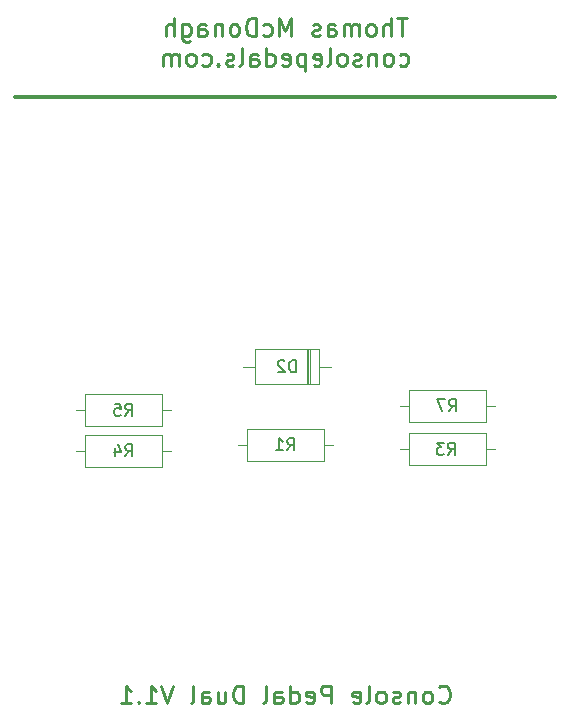
<source format=gbr>
G04 #@! TF.GenerationSoftware,KiCad,Pcbnew,(5.1.7)-1*
G04 #@! TF.CreationDate,2021-07-27T18:03:22-05:00*
G04 #@! TF.ProjectId,ConsolePedalDual,436f6e73-6f6c-4655-9065-64616c447561,rev?*
G04 #@! TF.SameCoordinates,Original*
G04 #@! TF.FileFunction,Legend,Bot*
G04 #@! TF.FilePolarity,Positive*
%FSLAX46Y46*%
G04 Gerber Fmt 4.6, Leading zero omitted, Abs format (unit mm)*
G04 Created by KiCad (PCBNEW (5.1.7)-1) date 2021-07-27 18:03:22*
%MOMM*%
%LPD*%
G01*
G04 APERTURE LIST*
%ADD10C,0.300000*%
%ADD11C,0.250000*%
%ADD12C,0.120000*%
%ADD13C,0.150000*%
G04 APERTURE END LIST*
D10*
X114300000Y-53720000D02*
X160020000Y-53720000D01*
D11*
X150160000Y-104929714D02*
X150231428Y-105001142D01*
X150445714Y-105072571D01*
X150588571Y-105072571D01*
X150802857Y-105001142D01*
X150945714Y-104858285D01*
X151017142Y-104715428D01*
X151088571Y-104429714D01*
X151088571Y-104215428D01*
X151017142Y-103929714D01*
X150945714Y-103786857D01*
X150802857Y-103644000D01*
X150588571Y-103572571D01*
X150445714Y-103572571D01*
X150231428Y-103644000D01*
X150160000Y-103715428D01*
X149302857Y-105072571D02*
X149445714Y-105001142D01*
X149517142Y-104929714D01*
X149588571Y-104786857D01*
X149588571Y-104358285D01*
X149517142Y-104215428D01*
X149445714Y-104144000D01*
X149302857Y-104072571D01*
X149088571Y-104072571D01*
X148945714Y-104144000D01*
X148874285Y-104215428D01*
X148802857Y-104358285D01*
X148802857Y-104786857D01*
X148874285Y-104929714D01*
X148945714Y-105001142D01*
X149088571Y-105072571D01*
X149302857Y-105072571D01*
X148160000Y-104072571D02*
X148160000Y-105072571D01*
X148160000Y-104215428D02*
X148088571Y-104144000D01*
X147945714Y-104072571D01*
X147731428Y-104072571D01*
X147588571Y-104144000D01*
X147517142Y-104286857D01*
X147517142Y-105072571D01*
X146874285Y-105001142D02*
X146731428Y-105072571D01*
X146445714Y-105072571D01*
X146302857Y-105001142D01*
X146231428Y-104858285D01*
X146231428Y-104786857D01*
X146302857Y-104644000D01*
X146445714Y-104572571D01*
X146660000Y-104572571D01*
X146802857Y-104501142D01*
X146874285Y-104358285D01*
X146874285Y-104286857D01*
X146802857Y-104144000D01*
X146660000Y-104072571D01*
X146445714Y-104072571D01*
X146302857Y-104144000D01*
X145374285Y-105072571D02*
X145517142Y-105001142D01*
X145588571Y-104929714D01*
X145660000Y-104786857D01*
X145660000Y-104358285D01*
X145588571Y-104215428D01*
X145517142Y-104144000D01*
X145374285Y-104072571D01*
X145160000Y-104072571D01*
X145017142Y-104144000D01*
X144945714Y-104215428D01*
X144874285Y-104358285D01*
X144874285Y-104786857D01*
X144945714Y-104929714D01*
X145017142Y-105001142D01*
X145160000Y-105072571D01*
X145374285Y-105072571D01*
X144017142Y-105072571D02*
X144160000Y-105001142D01*
X144231428Y-104858285D01*
X144231428Y-103572571D01*
X142874285Y-105001142D02*
X143017142Y-105072571D01*
X143302857Y-105072571D01*
X143445714Y-105001142D01*
X143517142Y-104858285D01*
X143517142Y-104286857D01*
X143445714Y-104144000D01*
X143302857Y-104072571D01*
X143017142Y-104072571D01*
X142874285Y-104144000D01*
X142802857Y-104286857D01*
X142802857Y-104429714D01*
X143517142Y-104572571D01*
X141017142Y-105072571D02*
X141017142Y-103572571D01*
X140445714Y-103572571D01*
X140302857Y-103644000D01*
X140231428Y-103715428D01*
X140160000Y-103858285D01*
X140160000Y-104072571D01*
X140231428Y-104215428D01*
X140302857Y-104286857D01*
X140445714Y-104358285D01*
X141017142Y-104358285D01*
X138945714Y-105001142D02*
X139088571Y-105072571D01*
X139374285Y-105072571D01*
X139517142Y-105001142D01*
X139588571Y-104858285D01*
X139588571Y-104286857D01*
X139517142Y-104144000D01*
X139374285Y-104072571D01*
X139088571Y-104072571D01*
X138945714Y-104144000D01*
X138874285Y-104286857D01*
X138874285Y-104429714D01*
X139588571Y-104572571D01*
X137588571Y-105072571D02*
X137588571Y-103572571D01*
X137588571Y-105001142D02*
X137731428Y-105072571D01*
X138017142Y-105072571D01*
X138160000Y-105001142D01*
X138231428Y-104929714D01*
X138302857Y-104786857D01*
X138302857Y-104358285D01*
X138231428Y-104215428D01*
X138160000Y-104144000D01*
X138017142Y-104072571D01*
X137731428Y-104072571D01*
X137588571Y-104144000D01*
X136231428Y-105072571D02*
X136231428Y-104286857D01*
X136302857Y-104144000D01*
X136445714Y-104072571D01*
X136731428Y-104072571D01*
X136874285Y-104144000D01*
X136231428Y-105001142D02*
X136374285Y-105072571D01*
X136731428Y-105072571D01*
X136874285Y-105001142D01*
X136945714Y-104858285D01*
X136945714Y-104715428D01*
X136874285Y-104572571D01*
X136731428Y-104501142D01*
X136374285Y-104501142D01*
X136231428Y-104429714D01*
X135302857Y-105072571D02*
X135445714Y-105001142D01*
X135517142Y-104858285D01*
X135517142Y-103572571D01*
X133588571Y-105072571D02*
X133588571Y-103572571D01*
X133231428Y-103572571D01*
X133017142Y-103644000D01*
X132874285Y-103786857D01*
X132802857Y-103929714D01*
X132731428Y-104215428D01*
X132731428Y-104429714D01*
X132802857Y-104715428D01*
X132874285Y-104858285D01*
X133017142Y-105001142D01*
X133231428Y-105072571D01*
X133588571Y-105072571D01*
X131445714Y-104072571D02*
X131445714Y-105072571D01*
X132088571Y-104072571D02*
X132088571Y-104858285D01*
X132017142Y-105001142D01*
X131874285Y-105072571D01*
X131660000Y-105072571D01*
X131517142Y-105001142D01*
X131445714Y-104929714D01*
X130088571Y-105072571D02*
X130088571Y-104286857D01*
X130160000Y-104144000D01*
X130302857Y-104072571D01*
X130588571Y-104072571D01*
X130731428Y-104144000D01*
X130088571Y-105001142D02*
X130231428Y-105072571D01*
X130588571Y-105072571D01*
X130731428Y-105001142D01*
X130802857Y-104858285D01*
X130802857Y-104715428D01*
X130731428Y-104572571D01*
X130588571Y-104501142D01*
X130231428Y-104501142D01*
X130088571Y-104429714D01*
X129160000Y-105072571D02*
X129302857Y-105001142D01*
X129374285Y-104858285D01*
X129374285Y-103572571D01*
X127660000Y-103572571D02*
X127160000Y-105072571D01*
X126660000Y-103572571D01*
X125374285Y-105072571D02*
X126231428Y-105072571D01*
X125802857Y-105072571D02*
X125802857Y-103572571D01*
X125945714Y-103786857D01*
X126088571Y-103929714D01*
X126231428Y-104001142D01*
X124731428Y-104929714D02*
X124660000Y-105001142D01*
X124731428Y-105072571D01*
X124802857Y-105001142D01*
X124731428Y-104929714D01*
X124731428Y-105072571D01*
X123231428Y-105072571D02*
X124088571Y-105072571D01*
X123660000Y-105072571D02*
X123660000Y-103572571D01*
X123802857Y-103786857D01*
X123945714Y-103929714D01*
X124088571Y-104001142D01*
X147445714Y-47077571D02*
X146588571Y-47077571D01*
X147017142Y-48577571D02*
X147017142Y-47077571D01*
X146088571Y-48577571D02*
X146088571Y-47077571D01*
X145445714Y-48577571D02*
X145445714Y-47791857D01*
X145517142Y-47649000D01*
X145660000Y-47577571D01*
X145874285Y-47577571D01*
X146017142Y-47649000D01*
X146088571Y-47720428D01*
X144517142Y-48577571D02*
X144660000Y-48506142D01*
X144731428Y-48434714D01*
X144802857Y-48291857D01*
X144802857Y-47863285D01*
X144731428Y-47720428D01*
X144660000Y-47649000D01*
X144517142Y-47577571D01*
X144302857Y-47577571D01*
X144160000Y-47649000D01*
X144088571Y-47720428D01*
X144017142Y-47863285D01*
X144017142Y-48291857D01*
X144088571Y-48434714D01*
X144160000Y-48506142D01*
X144302857Y-48577571D01*
X144517142Y-48577571D01*
X143374285Y-48577571D02*
X143374285Y-47577571D01*
X143374285Y-47720428D02*
X143302857Y-47649000D01*
X143160000Y-47577571D01*
X142945714Y-47577571D01*
X142802857Y-47649000D01*
X142731428Y-47791857D01*
X142731428Y-48577571D01*
X142731428Y-47791857D02*
X142660000Y-47649000D01*
X142517142Y-47577571D01*
X142302857Y-47577571D01*
X142160000Y-47649000D01*
X142088571Y-47791857D01*
X142088571Y-48577571D01*
X140731428Y-48577571D02*
X140731428Y-47791857D01*
X140802857Y-47649000D01*
X140945714Y-47577571D01*
X141231428Y-47577571D01*
X141374285Y-47649000D01*
X140731428Y-48506142D02*
X140874285Y-48577571D01*
X141231428Y-48577571D01*
X141374285Y-48506142D01*
X141445714Y-48363285D01*
X141445714Y-48220428D01*
X141374285Y-48077571D01*
X141231428Y-48006142D01*
X140874285Y-48006142D01*
X140731428Y-47934714D01*
X140088571Y-48506142D02*
X139945714Y-48577571D01*
X139660000Y-48577571D01*
X139517142Y-48506142D01*
X139445714Y-48363285D01*
X139445714Y-48291857D01*
X139517142Y-48149000D01*
X139660000Y-48077571D01*
X139874285Y-48077571D01*
X140017142Y-48006142D01*
X140088571Y-47863285D01*
X140088571Y-47791857D01*
X140017142Y-47649000D01*
X139874285Y-47577571D01*
X139660000Y-47577571D01*
X139517142Y-47649000D01*
X137660000Y-48577571D02*
X137660000Y-47077571D01*
X137160000Y-48149000D01*
X136660000Y-47077571D01*
X136660000Y-48577571D01*
X135302857Y-48506142D02*
X135445714Y-48577571D01*
X135731428Y-48577571D01*
X135874285Y-48506142D01*
X135945714Y-48434714D01*
X136017142Y-48291857D01*
X136017142Y-47863285D01*
X135945714Y-47720428D01*
X135874285Y-47649000D01*
X135731428Y-47577571D01*
X135445714Y-47577571D01*
X135302857Y-47649000D01*
X134660000Y-48577571D02*
X134660000Y-47077571D01*
X134302857Y-47077571D01*
X134088571Y-47149000D01*
X133945714Y-47291857D01*
X133874285Y-47434714D01*
X133802857Y-47720428D01*
X133802857Y-47934714D01*
X133874285Y-48220428D01*
X133945714Y-48363285D01*
X134088571Y-48506142D01*
X134302857Y-48577571D01*
X134660000Y-48577571D01*
X132945714Y-48577571D02*
X133088571Y-48506142D01*
X133160000Y-48434714D01*
X133231428Y-48291857D01*
X133231428Y-47863285D01*
X133160000Y-47720428D01*
X133088571Y-47649000D01*
X132945714Y-47577571D01*
X132731428Y-47577571D01*
X132588571Y-47649000D01*
X132517142Y-47720428D01*
X132445714Y-47863285D01*
X132445714Y-48291857D01*
X132517142Y-48434714D01*
X132588571Y-48506142D01*
X132731428Y-48577571D01*
X132945714Y-48577571D01*
X131802857Y-47577571D02*
X131802857Y-48577571D01*
X131802857Y-47720428D02*
X131731428Y-47649000D01*
X131588571Y-47577571D01*
X131374285Y-47577571D01*
X131231428Y-47649000D01*
X131160000Y-47791857D01*
X131160000Y-48577571D01*
X129802857Y-48577571D02*
X129802857Y-47791857D01*
X129874285Y-47649000D01*
X130017142Y-47577571D01*
X130302857Y-47577571D01*
X130445714Y-47649000D01*
X129802857Y-48506142D02*
X129945714Y-48577571D01*
X130302857Y-48577571D01*
X130445714Y-48506142D01*
X130517142Y-48363285D01*
X130517142Y-48220428D01*
X130445714Y-48077571D01*
X130302857Y-48006142D01*
X129945714Y-48006142D01*
X129802857Y-47934714D01*
X128445714Y-47577571D02*
X128445714Y-48791857D01*
X128517142Y-48934714D01*
X128588571Y-49006142D01*
X128731428Y-49077571D01*
X128945714Y-49077571D01*
X129088571Y-49006142D01*
X128445714Y-48506142D02*
X128588571Y-48577571D01*
X128874285Y-48577571D01*
X129017142Y-48506142D01*
X129088571Y-48434714D01*
X129160000Y-48291857D01*
X129160000Y-47863285D01*
X129088571Y-47720428D01*
X129017142Y-47649000D01*
X128874285Y-47577571D01*
X128588571Y-47577571D01*
X128445714Y-47649000D01*
X127731428Y-48577571D02*
X127731428Y-47077571D01*
X127088571Y-48577571D02*
X127088571Y-47791857D01*
X127160000Y-47649000D01*
X127302857Y-47577571D01*
X127517142Y-47577571D01*
X127660000Y-47649000D01*
X127731428Y-47720428D01*
X146838571Y-51006142D02*
X146981428Y-51077571D01*
X147267142Y-51077571D01*
X147410000Y-51006142D01*
X147481428Y-50934714D01*
X147552857Y-50791857D01*
X147552857Y-50363285D01*
X147481428Y-50220428D01*
X147410000Y-50149000D01*
X147267142Y-50077571D01*
X146981428Y-50077571D01*
X146838571Y-50149000D01*
X145981428Y-51077571D02*
X146124285Y-51006142D01*
X146195714Y-50934714D01*
X146267142Y-50791857D01*
X146267142Y-50363285D01*
X146195714Y-50220428D01*
X146124285Y-50149000D01*
X145981428Y-50077571D01*
X145767142Y-50077571D01*
X145624285Y-50149000D01*
X145552857Y-50220428D01*
X145481428Y-50363285D01*
X145481428Y-50791857D01*
X145552857Y-50934714D01*
X145624285Y-51006142D01*
X145767142Y-51077571D01*
X145981428Y-51077571D01*
X144838571Y-50077571D02*
X144838571Y-51077571D01*
X144838571Y-50220428D02*
X144767142Y-50149000D01*
X144624285Y-50077571D01*
X144410000Y-50077571D01*
X144267142Y-50149000D01*
X144195714Y-50291857D01*
X144195714Y-51077571D01*
X143552857Y-51006142D02*
X143410000Y-51077571D01*
X143124285Y-51077571D01*
X142981428Y-51006142D01*
X142910000Y-50863285D01*
X142910000Y-50791857D01*
X142981428Y-50649000D01*
X143124285Y-50577571D01*
X143338571Y-50577571D01*
X143481428Y-50506142D01*
X143552857Y-50363285D01*
X143552857Y-50291857D01*
X143481428Y-50149000D01*
X143338571Y-50077571D01*
X143124285Y-50077571D01*
X142981428Y-50149000D01*
X142052857Y-51077571D02*
X142195714Y-51006142D01*
X142267142Y-50934714D01*
X142338571Y-50791857D01*
X142338571Y-50363285D01*
X142267142Y-50220428D01*
X142195714Y-50149000D01*
X142052857Y-50077571D01*
X141838571Y-50077571D01*
X141695714Y-50149000D01*
X141624285Y-50220428D01*
X141552857Y-50363285D01*
X141552857Y-50791857D01*
X141624285Y-50934714D01*
X141695714Y-51006142D01*
X141838571Y-51077571D01*
X142052857Y-51077571D01*
X140695714Y-51077571D02*
X140838571Y-51006142D01*
X140910000Y-50863285D01*
X140910000Y-49577571D01*
X139552857Y-51006142D02*
X139695714Y-51077571D01*
X139981428Y-51077571D01*
X140124285Y-51006142D01*
X140195714Y-50863285D01*
X140195714Y-50291857D01*
X140124285Y-50149000D01*
X139981428Y-50077571D01*
X139695714Y-50077571D01*
X139552857Y-50149000D01*
X139481428Y-50291857D01*
X139481428Y-50434714D01*
X140195714Y-50577571D01*
X138838571Y-50077571D02*
X138838571Y-51577571D01*
X138838571Y-50149000D02*
X138695714Y-50077571D01*
X138410000Y-50077571D01*
X138267142Y-50149000D01*
X138195714Y-50220428D01*
X138124285Y-50363285D01*
X138124285Y-50791857D01*
X138195714Y-50934714D01*
X138267142Y-51006142D01*
X138410000Y-51077571D01*
X138695714Y-51077571D01*
X138838571Y-51006142D01*
X136910000Y-51006142D02*
X137052857Y-51077571D01*
X137338571Y-51077571D01*
X137481428Y-51006142D01*
X137552857Y-50863285D01*
X137552857Y-50291857D01*
X137481428Y-50149000D01*
X137338571Y-50077571D01*
X137052857Y-50077571D01*
X136910000Y-50149000D01*
X136838571Y-50291857D01*
X136838571Y-50434714D01*
X137552857Y-50577571D01*
X135552857Y-51077571D02*
X135552857Y-49577571D01*
X135552857Y-51006142D02*
X135695714Y-51077571D01*
X135981428Y-51077571D01*
X136124285Y-51006142D01*
X136195714Y-50934714D01*
X136267142Y-50791857D01*
X136267142Y-50363285D01*
X136195714Y-50220428D01*
X136124285Y-50149000D01*
X135981428Y-50077571D01*
X135695714Y-50077571D01*
X135552857Y-50149000D01*
X134195714Y-51077571D02*
X134195714Y-50291857D01*
X134267142Y-50149000D01*
X134410000Y-50077571D01*
X134695714Y-50077571D01*
X134838571Y-50149000D01*
X134195714Y-51006142D02*
X134338571Y-51077571D01*
X134695714Y-51077571D01*
X134838571Y-51006142D01*
X134910000Y-50863285D01*
X134910000Y-50720428D01*
X134838571Y-50577571D01*
X134695714Y-50506142D01*
X134338571Y-50506142D01*
X134195714Y-50434714D01*
X133267142Y-51077571D02*
X133410000Y-51006142D01*
X133481428Y-50863285D01*
X133481428Y-49577571D01*
X132767142Y-51006142D02*
X132624285Y-51077571D01*
X132338571Y-51077571D01*
X132195714Y-51006142D01*
X132124285Y-50863285D01*
X132124285Y-50791857D01*
X132195714Y-50649000D01*
X132338571Y-50577571D01*
X132552857Y-50577571D01*
X132695714Y-50506142D01*
X132767142Y-50363285D01*
X132767142Y-50291857D01*
X132695714Y-50149000D01*
X132552857Y-50077571D01*
X132338571Y-50077571D01*
X132195714Y-50149000D01*
X131481428Y-50934714D02*
X131410000Y-51006142D01*
X131481428Y-51077571D01*
X131552857Y-51006142D01*
X131481428Y-50934714D01*
X131481428Y-51077571D01*
X130124285Y-51006142D02*
X130267142Y-51077571D01*
X130552857Y-51077571D01*
X130695714Y-51006142D01*
X130767142Y-50934714D01*
X130838571Y-50791857D01*
X130838571Y-50363285D01*
X130767142Y-50220428D01*
X130695714Y-50149000D01*
X130552857Y-50077571D01*
X130267142Y-50077571D01*
X130124285Y-50149000D01*
X129267142Y-51077571D02*
X129410000Y-51006142D01*
X129481428Y-50934714D01*
X129552857Y-50791857D01*
X129552857Y-50363285D01*
X129481428Y-50220428D01*
X129410000Y-50149000D01*
X129267142Y-50077571D01*
X129052857Y-50077571D01*
X128910000Y-50149000D01*
X128838571Y-50220428D01*
X128767142Y-50363285D01*
X128767142Y-50791857D01*
X128838571Y-50934714D01*
X128910000Y-51006142D01*
X129052857Y-51077571D01*
X129267142Y-51077571D01*
X128124285Y-51077571D02*
X128124285Y-50077571D01*
X128124285Y-50220428D02*
X128052857Y-50149000D01*
X127910000Y-50077571D01*
X127695714Y-50077571D01*
X127552857Y-50149000D01*
X127481428Y-50291857D01*
X127481428Y-51077571D01*
X127481428Y-50291857D02*
X127410000Y-50149000D01*
X127267142Y-50077571D01*
X127052857Y-50077571D01*
X126910000Y-50149000D01*
X126838571Y-50291857D01*
X126838571Y-51077571D01*
D12*
G04 #@! TO.C,R1*
X140430000Y-81815000D02*
X140430000Y-84555000D01*
X140430000Y-84555000D02*
X133890000Y-84555000D01*
X133890000Y-84555000D02*
X133890000Y-81815000D01*
X133890000Y-81815000D02*
X140430000Y-81815000D01*
X141200000Y-83185000D02*
X140430000Y-83185000D01*
X133120000Y-83185000D02*
X133890000Y-83185000D01*
G04 #@! TO.C,D2*
X140007000Y-75111000D02*
X140007000Y-78051000D01*
X140007000Y-78051000D02*
X134567000Y-78051000D01*
X134567000Y-78051000D02*
X134567000Y-75111000D01*
X134567000Y-75111000D02*
X140007000Y-75111000D01*
X141027000Y-76581000D02*
X140007000Y-76581000D01*
X133547000Y-76581000D02*
X134567000Y-76581000D01*
X139107000Y-75111000D02*
X139107000Y-78051000D01*
X138987000Y-75111000D02*
X138987000Y-78051000D01*
X139227000Y-75111000D02*
X139227000Y-78051000D01*
G04 #@! TO.C,R3*
X146836000Y-83566000D02*
X147606000Y-83566000D01*
X154916000Y-83566000D02*
X154146000Y-83566000D01*
X147606000Y-82196000D02*
X154146000Y-82196000D01*
X147606000Y-84936000D02*
X147606000Y-82196000D01*
X154146000Y-84936000D02*
X147606000Y-84936000D01*
X154146000Y-82196000D02*
X154146000Y-84936000D01*
G04 #@! TO.C,R4*
X126714000Y-82323000D02*
X126714000Y-85063000D01*
X126714000Y-85063000D02*
X120174000Y-85063000D01*
X120174000Y-85063000D02*
X120174000Y-82323000D01*
X120174000Y-82323000D02*
X126714000Y-82323000D01*
X127484000Y-83693000D02*
X126714000Y-83693000D01*
X119404000Y-83693000D02*
X120174000Y-83693000D01*
G04 #@! TO.C,R5*
X119404000Y-80264000D02*
X120174000Y-80264000D01*
X127484000Y-80264000D02*
X126714000Y-80264000D01*
X120174000Y-78894000D02*
X126714000Y-78894000D01*
X120174000Y-81634000D02*
X120174000Y-78894000D01*
X126714000Y-81634000D02*
X120174000Y-81634000D01*
X126714000Y-78894000D02*
X126714000Y-81634000D01*
G04 #@! TO.C,R7*
X154916000Y-79883000D02*
X154146000Y-79883000D01*
X146836000Y-79883000D02*
X147606000Y-79883000D01*
X154146000Y-81253000D02*
X147606000Y-81253000D01*
X154146000Y-78513000D02*
X154146000Y-81253000D01*
X147606000Y-78513000D02*
X154146000Y-78513000D01*
X147606000Y-81253000D02*
X147606000Y-78513000D01*
G04 #@! TO.C,R1*
D13*
X137326666Y-83637380D02*
X137660000Y-83161190D01*
X137898095Y-83637380D02*
X137898095Y-82637380D01*
X137517142Y-82637380D01*
X137421904Y-82685000D01*
X137374285Y-82732619D01*
X137326666Y-82827857D01*
X137326666Y-82970714D01*
X137374285Y-83065952D01*
X137421904Y-83113571D01*
X137517142Y-83161190D01*
X137898095Y-83161190D01*
X136374285Y-83637380D02*
X136945714Y-83637380D01*
X136660000Y-83637380D02*
X136660000Y-82637380D01*
X136755238Y-82780238D01*
X136850476Y-82875476D01*
X136945714Y-82923095D01*
G04 #@! TO.C,D2*
X138025095Y-77033380D02*
X138025095Y-76033380D01*
X137787000Y-76033380D01*
X137644142Y-76081000D01*
X137548904Y-76176238D01*
X137501285Y-76271476D01*
X137453666Y-76461952D01*
X137453666Y-76604809D01*
X137501285Y-76795285D01*
X137548904Y-76890523D01*
X137644142Y-76985761D01*
X137787000Y-77033380D01*
X138025095Y-77033380D01*
X137072714Y-76128619D02*
X137025095Y-76081000D01*
X136929857Y-76033380D01*
X136691761Y-76033380D01*
X136596523Y-76081000D01*
X136548904Y-76128619D01*
X136501285Y-76223857D01*
X136501285Y-76319095D01*
X136548904Y-76461952D01*
X137120333Y-77033380D01*
X136501285Y-77033380D01*
G04 #@! TO.C,R3*
X150915666Y-84018380D02*
X151249000Y-83542190D01*
X151487095Y-84018380D02*
X151487095Y-83018380D01*
X151106142Y-83018380D01*
X151010904Y-83066000D01*
X150963285Y-83113619D01*
X150915666Y-83208857D01*
X150915666Y-83351714D01*
X150963285Y-83446952D01*
X151010904Y-83494571D01*
X151106142Y-83542190D01*
X151487095Y-83542190D01*
X150582333Y-83018380D02*
X149963285Y-83018380D01*
X150296619Y-83399333D01*
X150153761Y-83399333D01*
X150058523Y-83446952D01*
X150010904Y-83494571D01*
X149963285Y-83589809D01*
X149963285Y-83827904D01*
X150010904Y-83923142D01*
X150058523Y-83970761D01*
X150153761Y-84018380D01*
X150439476Y-84018380D01*
X150534714Y-83970761D01*
X150582333Y-83923142D01*
G04 #@! TO.C,R4*
X123610666Y-84145380D02*
X123944000Y-83669190D01*
X124182095Y-84145380D02*
X124182095Y-83145380D01*
X123801142Y-83145380D01*
X123705904Y-83193000D01*
X123658285Y-83240619D01*
X123610666Y-83335857D01*
X123610666Y-83478714D01*
X123658285Y-83573952D01*
X123705904Y-83621571D01*
X123801142Y-83669190D01*
X124182095Y-83669190D01*
X122753523Y-83478714D02*
X122753523Y-84145380D01*
X122991619Y-83097761D02*
X123229714Y-83812047D01*
X122610666Y-83812047D01*
G04 #@! TO.C,R5*
X123610666Y-80716380D02*
X123944000Y-80240190D01*
X124182095Y-80716380D02*
X124182095Y-79716380D01*
X123801142Y-79716380D01*
X123705904Y-79764000D01*
X123658285Y-79811619D01*
X123610666Y-79906857D01*
X123610666Y-80049714D01*
X123658285Y-80144952D01*
X123705904Y-80192571D01*
X123801142Y-80240190D01*
X124182095Y-80240190D01*
X122705904Y-79716380D02*
X123182095Y-79716380D01*
X123229714Y-80192571D01*
X123182095Y-80144952D01*
X123086857Y-80097333D01*
X122848761Y-80097333D01*
X122753523Y-80144952D01*
X122705904Y-80192571D01*
X122658285Y-80287809D01*
X122658285Y-80525904D01*
X122705904Y-80621142D01*
X122753523Y-80668761D01*
X122848761Y-80716380D01*
X123086857Y-80716380D01*
X123182095Y-80668761D01*
X123229714Y-80621142D01*
G04 #@! TO.C,R7*
X151004665Y-80341381D02*
X151337999Y-79865191D01*
X151576094Y-80341381D02*
X151576094Y-79341381D01*
X151195141Y-79341381D01*
X151099903Y-79389001D01*
X151052284Y-79436620D01*
X151004665Y-79531858D01*
X151004665Y-79674715D01*
X151052284Y-79769953D01*
X151099903Y-79817572D01*
X151195141Y-79865191D01*
X151576094Y-79865191D01*
X150671332Y-79341381D02*
X150004665Y-79341381D01*
X150433237Y-80341381D01*
G04 #@! TD*
M02*

</source>
